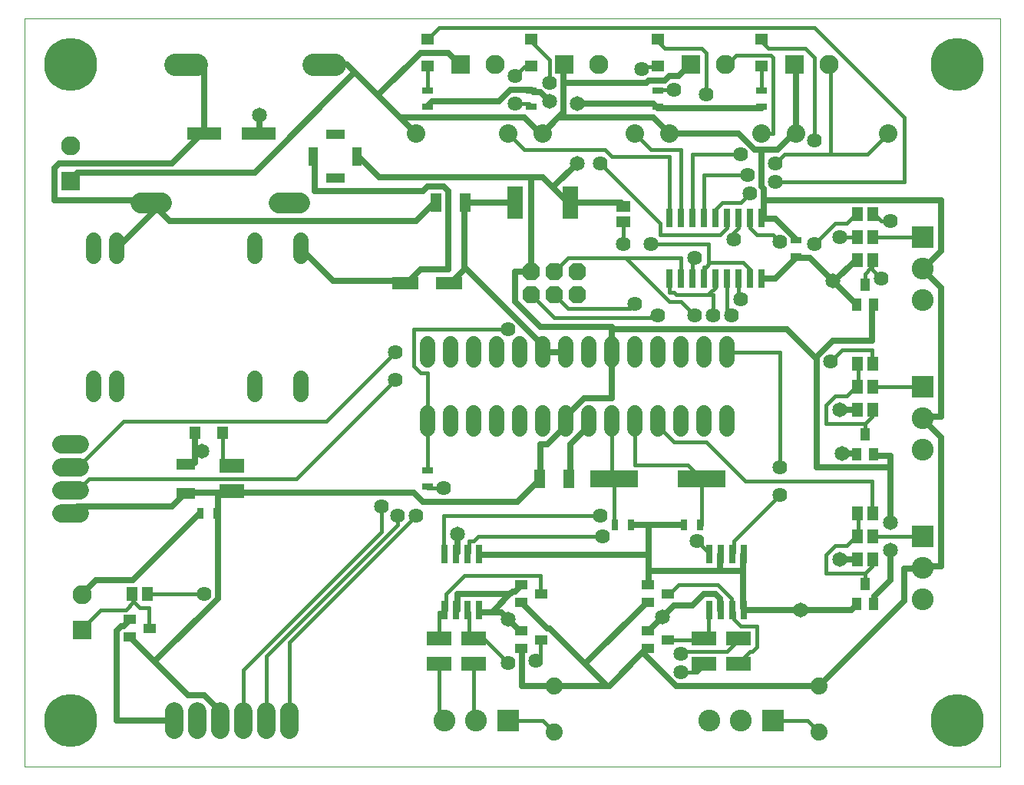
<source format=gtl>
G75*
G70*
%OFA0B0*%
%FSLAX24Y24*%
%IPPOS*%
%LPD*%
%AMOC8*
5,1,8,0,0,1.08239X$1,22.5*
%
%ADD10C,0.0000*%
%ADD11R,0.0832X0.0832*%
%ADD12C,0.0832*%
%ADD13R,0.1181X0.0551*%
%ADD14R,0.0512X0.0591*%
%ADD15C,0.0800*%
%ADD16R,0.0787X0.0472*%
%ADD17C,0.0680*%
%ADD18R,0.0591X0.0512*%
%ADD19R,0.0472X0.0315*%
%ADD20R,0.2100X0.0760*%
%ADD21R,0.0315X0.0472*%
%ADD22R,0.0950X0.0950*%
%ADD23C,0.0950*%
%ADD24R,0.1063X0.0630*%
%ADD25R,0.0472X0.0551*%
%ADD26OC8,0.0760*%
%ADD27R,0.0394X0.0551*%
%ADD28R,0.0551X0.0394*%
%ADD29C,0.0800*%
%ADD30R,0.1496X0.0551*%
%ADD31R,0.0472X0.0787*%
%ADD32R,0.0787X0.0433*%
%ADD33R,0.0433X0.0787*%
%ADD34R,0.0700X0.1400*%
%ADD35C,0.0910*%
%ADD36C,0.2300*%
%ADD37R,0.0260X0.0800*%
%ADD38C,0.0740*%
%ADD39R,0.0551X0.0472*%
%ADD40C,0.0950*%
%ADD41C,0.0280*%
%ADD42C,0.0650*%
%ADD43C,0.0180*%
%ADD44C,0.0640*%
D10*
X000181Y000474D02*
X000181Y032970D01*
X042551Y032970D01*
X042551Y000474D01*
X000181Y000474D01*
D11*
X002681Y006404D03*
X002181Y025904D03*
X019111Y030974D03*
X023611Y030974D03*
X029111Y030974D03*
X033611Y030974D03*
D12*
X035129Y030974D03*
X030629Y030974D03*
X025129Y030974D03*
X020629Y030974D03*
X002181Y027422D03*
X002681Y007922D03*
D13*
X016737Y021474D03*
X018626Y021474D03*
D14*
X005516Y007974D03*
X004847Y007974D03*
X036347Y009474D03*
X037016Y009474D03*
X037016Y010474D03*
X036347Y010474D03*
X036347Y011474D03*
X037016Y011474D03*
X037016Y015974D03*
X036347Y015974D03*
X036347Y016974D03*
X037016Y016974D03*
X037016Y017974D03*
X036347Y017974D03*
X036347Y022474D03*
X037016Y022474D03*
X037016Y023474D03*
X036347Y023474D03*
X036347Y024474D03*
X037016Y024474D03*
D15*
X037681Y027974D03*
X033681Y027974D03*
X032181Y027974D03*
X028181Y027974D03*
X026681Y027974D03*
X022681Y027974D03*
X021181Y027974D03*
X017181Y027974D03*
D16*
X007181Y013604D03*
X007181Y012344D03*
D17*
X004181Y016634D02*
X004181Y017314D01*
X003181Y017314D02*
X003181Y016634D01*
X010181Y016634D02*
X010181Y017314D01*
X012181Y017314D02*
X012181Y016634D01*
X017681Y015814D02*
X017681Y015134D01*
X018681Y015134D02*
X018681Y015814D01*
X019681Y015814D02*
X019681Y015134D01*
X020681Y015134D02*
X020681Y015814D01*
X021681Y015814D02*
X021681Y015134D01*
X022681Y015134D02*
X022681Y015814D01*
X023681Y015814D02*
X023681Y015134D01*
X024681Y015134D02*
X024681Y015814D01*
X025681Y015814D02*
X025681Y015134D01*
X026681Y015134D02*
X026681Y015814D01*
X027681Y015814D02*
X027681Y015134D01*
X028681Y015134D02*
X028681Y015814D01*
X029681Y015814D02*
X029681Y015134D01*
X030681Y015134D02*
X030681Y015814D01*
X030681Y018134D02*
X030681Y018814D01*
X029681Y018814D02*
X029681Y018134D01*
X028681Y018134D02*
X028681Y018814D01*
X027681Y018814D02*
X027681Y018134D01*
X026681Y018134D02*
X026681Y018814D01*
X025681Y018814D02*
X025681Y018134D01*
X024681Y018134D02*
X024681Y018814D01*
X023681Y018814D02*
X023681Y018134D01*
X022681Y018134D02*
X022681Y018814D01*
X021681Y018814D02*
X021681Y018134D01*
X020681Y018134D02*
X020681Y018814D01*
X019681Y018814D02*
X019681Y018134D01*
X018681Y018134D02*
X018681Y018814D01*
X017681Y018814D02*
X017681Y018134D01*
X012181Y022634D02*
X012181Y023314D01*
X010181Y023314D02*
X010181Y022634D01*
X004181Y022634D02*
X004181Y023314D01*
X003181Y023314D02*
X003181Y022634D01*
D18*
X026181Y024139D03*
X026181Y024808D03*
D19*
X027681Y029119D03*
X027681Y029828D03*
X032181Y029828D03*
X032181Y029119D03*
X033681Y023328D03*
X033681Y022619D03*
X022181Y029119D03*
X022181Y029828D03*
X017681Y029828D03*
X017681Y029119D03*
X017681Y013328D03*
X017681Y012619D03*
D20*
X025781Y012974D03*
X029581Y012974D03*
D21*
X029536Y010974D03*
X028827Y010974D03*
X026536Y010974D03*
X025827Y010974D03*
X008536Y011474D03*
X007827Y011474D03*
D22*
X021181Y002474D03*
X032681Y002474D03*
X039181Y010474D03*
X039181Y016974D03*
X039181Y023474D03*
D23*
X039181Y022096D03*
X039181Y020718D03*
X039181Y015596D03*
X039181Y014218D03*
X039181Y009096D03*
X039181Y007718D03*
X031303Y002474D03*
X029926Y002474D03*
X019803Y002474D03*
X018426Y002474D03*
D24*
X018181Y004923D03*
X019681Y004923D03*
X019681Y006025D03*
X018181Y006025D03*
X009181Y012423D03*
X009181Y013525D03*
X029681Y006025D03*
X031181Y006025D03*
X031181Y004923D03*
X029681Y004923D03*
D25*
X008772Y014974D03*
X007591Y014974D03*
D26*
X022181Y020974D03*
X022181Y021974D03*
X023181Y021974D03*
X024181Y021974D03*
X024181Y020974D03*
X023181Y020974D03*
D27*
X036307Y020541D03*
X037055Y020541D03*
X036681Y021407D03*
X036681Y014907D03*
X036307Y014041D03*
X037055Y014041D03*
X036681Y008407D03*
X036307Y007541D03*
X037055Y007541D03*
D28*
X028114Y007974D03*
X027248Y008348D03*
X027248Y007600D03*
X027248Y006348D03*
X028114Y005974D03*
X027248Y005600D03*
X022614Y005974D03*
X021748Y006348D03*
X021748Y005600D03*
X021748Y007600D03*
X022614Y007974D03*
X021748Y008348D03*
X005614Y006474D03*
X004748Y006848D03*
X004748Y006100D03*
D29*
X006681Y002874D02*
X006681Y002074D01*
X007681Y002074D02*
X007681Y002874D01*
X008681Y002874D02*
X008681Y002074D01*
X009681Y002074D02*
X009681Y002874D01*
X010681Y002874D02*
X010681Y002074D01*
X011681Y002074D02*
X011681Y002874D01*
X002581Y011474D02*
X001781Y011474D01*
X001781Y012474D02*
X002581Y012474D01*
X002581Y013474D02*
X001781Y013474D01*
X001781Y014474D02*
X002581Y014474D01*
D30*
X008000Y027974D03*
X010363Y027974D03*
D31*
X018051Y024974D03*
X019311Y024974D03*
X022551Y012974D03*
X023811Y012974D03*
D32*
X013681Y026029D03*
X013681Y027919D03*
D33*
X012737Y026974D03*
X014626Y026974D03*
D34*
X021481Y024974D03*
X023881Y024974D03*
D35*
X012136Y024974D02*
X011226Y024974D01*
X006136Y024974D02*
X005226Y024974D01*
D36*
X002181Y030974D03*
X002181Y002474D03*
X040681Y002474D03*
X040681Y030974D03*
D37*
X032181Y024279D03*
X031681Y024279D03*
X031181Y024279D03*
X030681Y024279D03*
X030181Y024279D03*
X029681Y024279D03*
X029181Y024279D03*
X028681Y024279D03*
X028181Y024279D03*
X028181Y021669D03*
X028681Y021669D03*
X029181Y021669D03*
X029681Y021669D03*
X030181Y021669D03*
X030681Y021669D03*
X031181Y021669D03*
X031681Y021669D03*
X032181Y021654D03*
X031431Y009684D03*
X030931Y009684D03*
X030431Y009684D03*
X029931Y009684D03*
X029931Y007264D03*
X030431Y007264D03*
X030931Y007264D03*
X031431Y007264D03*
X019931Y007264D03*
X019431Y007264D03*
X018931Y007264D03*
X018431Y007264D03*
X018431Y009684D03*
X018931Y009684D03*
X019431Y009684D03*
X019931Y009684D03*
D38*
X023181Y003974D03*
X023181Y001974D03*
X034681Y001974D03*
X034681Y003974D03*
D39*
X032181Y030883D03*
X032181Y032064D03*
X027681Y032064D03*
X027681Y030883D03*
X022181Y030883D03*
X022181Y032064D03*
X017681Y032064D03*
X017681Y030883D03*
D40*
X013656Y030974D02*
X012706Y030974D01*
X007656Y030974D02*
X006706Y030974D01*
D41*
X007181Y030974D02*
X007981Y030974D01*
X007981Y027974D01*
X008000Y027974D01*
X007881Y027974D01*
X006581Y026674D01*
X001681Y026674D01*
X001481Y026474D01*
X001481Y025074D01*
X005581Y025074D01*
X005681Y024974D01*
X005881Y024674D01*
X004181Y022974D01*
X005681Y024974D02*
X006481Y024174D01*
X017181Y024174D01*
X017981Y024974D01*
X018051Y024974D01*
X018581Y025474D02*
X018581Y022074D01*
X017381Y022074D01*
X016781Y021474D01*
X016737Y021474D01*
X016681Y021574D01*
X013581Y021574D01*
X012181Y022974D01*
X012781Y025474D02*
X017481Y025474D01*
X017681Y025674D01*
X018381Y025674D01*
X018581Y025474D01*
X019311Y024974D02*
X019281Y024874D01*
X019281Y022074D01*
X019381Y022074D01*
X022981Y018474D01*
X023681Y018474D01*
X022581Y019574D02*
X021481Y020674D01*
X021481Y021974D01*
X022181Y021974D01*
X022181Y026074D01*
X015581Y026074D01*
X014681Y026974D01*
X014626Y026974D01*
X012781Y026974D02*
X012781Y025474D01*
X012781Y026974D02*
X012737Y026974D01*
X010381Y027974D02*
X010381Y028774D01*
X010363Y027974D02*
X010381Y027974D01*
X010181Y026274D02*
X014531Y030624D01*
X015531Y029624D01*
X017381Y031474D01*
X018581Y031474D01*
X019081Y030974D01*
X019111Y030974D01*
X017881Y029374D02*
X020781Y029374D01*
X021281Y029874D01*
X022181Y029874D01*
X022181Y029828D01*
X022281Y029774D01*
X022581Y029774D01*
X022981Y029374D01*
X023581Y028874D02*
X023431Y028724D01*
X023481Y028674D01*
X027481Y028674D01*
X028181Y027974D01*
X031181Y027974D01*
X031881Y027274D01*
X032181Y027274D01*
X032881Y027274D01*
X033581Y027974D01*
X033681Y027974D01*
X033681Y030974D01*
X033611Y030974D01*
X032181Y029119D02*
X032181Y029074D01*
X027681Y029074D01*
X027681Y029119D01*
X027581Y029174D01*
X027481Y029274D01*
X024181Y029274D01*
X023581Y028874D02*
X023581Y030174D01*
X027181Y030174D01*
X027281Y030274D01*
X027981Y030274D01*
X028181Y030474D01*
X028581Y030474D01*
X029081Y030974D01*
X029111Y030974D01*
X032181Y027274D02*
X032181Y025674D01*
X032281Y025574D01*
X032281Y025074D01*
X039981Y025074D01*
X039981Y022874D01*
X039281Y022174D01*
X039181Y022096D01*
X039181Y022074D01*
X039981Y021274D01*
X039981Y015674D01*
X039281Y015674D01*
X039181Y015596D01*
X039181Y015574D01*
X039981Y014774D01*
X039981Y009174D01*
X039281Y009174D01*
X039181Y009096D01*
X039181Y009074D01*
X038381Y009074D01*
X038381Y007674D01*
X034681Y003974D01*
X028481Y003974D01*
X027031Y005424D01*
X027181Y005574D01*
X027248Y005600D01*
X027031Y005424D02*
X025581Y003974D01*
X025381Y003974D01*
X025381Y004074D01*
X024531Y004924D01*
X027181Y007574D01*
X027248Y007600D01*
X027881Y006974D02*
X027281Y006374D01*
X027248Y006348D01*
X027881Y006974D02*
X028381Y007474D01*
X029181Y007474D01*
X029681Y007974D01*
X030181Y007974D01*
X030381Y007774D01*
X030381Y007274D01*
X030431Y007264D01*
X031381Y007374D02*
X031431Y007264D01*
X031481Y007274D01*
X033881Y007274D01*
X036081Y007274D01*
X036281Y007474D01*
X036307Y007541D01*
X037055Y007541D02*
X037081Y007574D01*
X037081Y007874D01*
X037781Y008574D01*
X037781Y009874D01*
X037781Y011074D02*
X037781Y013474D01*
X034581Y013474D01*
X034581Y018274D01*
X034481Y018274D01*
X033281Y019474D01*
X025681Y019474D01*
X025681Y018474D01*
X025681Y016474D01*
X024481Y016474D01*
X023681Y015674D01*
X023681Y015474D01*
X023681Y015274D01*
X022881Y014474D01*
X022581Y014474D01*
X022581Y012974D01*
X022551Y012974D01*
X022481Y012874D01*
X021581Y011974D01*
X017481Y011974D01*
X017081Y012374D01*
X009281Y012374D01*
X009181Y012423D01*
X009181Y012374D01*
X008581Y012374D01*
X007181Y012374D01*
X007181Y012344D01*
X007081Y012274D01*
X006581Y011774D01*
X002481Y011774D01*
X002181Y011474D01*
X003281Y008574D02*
X002681Y007974D01*
X002681Y007922D01*
X003281Y008574D02*
X004881Y008574D01*
X007781Y011474D01*
X007827Y011474D01*
X008536Y011474D02*
X008581Y011374D01*
X008581Y007774D01*
X005831Y005024D01*
X004781Y006074D01*
X004748Y006100D01*
X004481Y006574D02*
X004381Y006574D01*
X004181Y006374D01*
X004181Y002474D01*
X006681Y002474D01*
X007281Y003574D02*
X007981Y003574D01*
X008681Y002874D01*
X008681Y002474D01*
X007281Y003574D02*
X005831Y005024D01*
X004481Y006574D02*
X004681Y006774D01*
X004748Y006848D01*
X008536Y011474D02*
X008581Y011474D01*
X008581Y012374D01*
X007581Y013674D02*
X007181Y013674D01*
X007181Y013604D01*
X007581Y013674D02*
X007581Y014174D01*
X007881Y014174D01*
X007581Y014174D02*
X007581Y014974D01*
X007591Y014974D01*
X018626Y021474D02*
X018681Y021474D01*
X019281Y022074D01*
X022581Y019574D02*
X025681Y019574D01*
X025681Y019474D01*
X024681Y015474D02*
X024681Y015274D01*
X023881Y014474D01*
X023881Y012974D01*
X023811Y012974D01*
X026536Y010974D02*
X027281Y010974D01*
X027281Y009674D01*
X019981Y009674D01*
X019931Y009684D01*
X018981Y009774D02*
X018981Y010574D01*
X018981Y009774D02*
X018931Y009684D01*
X018981Y007974D02*
X021181Y007974D01*
X021231Y007924D01*
X021381Y008074D01*
X021481Y008074D01*
X021681Y008274D01*
X021748Y008348D01*
X021231Y007924D02*
X020581Y007274D01*
X020581Y007174D01*
X020881Y007174D01*
X021181Y006874D01*
X021681Y006374D01*
X021748Y006348D01*
X020581Y007174D02*
X019981Y007174D01*
X019931Y007264D01*
X018981Y007274D02*
X018931Y007264D01*
X018981Y007274D02*
X018981Y007974D01*
X021748Y007600D02*
X021781Y007574D01*
X022881Y006474D01*
X022981Y006474D01*
X024531Y004924D01*
X025381Y003974D02*
X023181Y003974D01*
X021781Y003974D01*
X021781Y005574D01*
X021748Y005600D01*
X027248Y008348D02*
X027281Y008374D01*
X027281Y008974D01*
X030381Y008974D01*
X031381Y008974D01*
X031381Y007374D01*
X031381Y008974D02*
X031381Y009674D01*
X031431Y009684D01*
X030431Y009684D02*
X030381Y009674D01*
X030381Y008974D01*
X028827Y010974D02*
X027281Y010974D01*
X027281Y009674D02*
X027281Y008974D01*
X035581Y009474D02*
X036347Y009474D01*
X037781Y013474D02*
X037781Y013974D01*
X037081Y013974D01*
X037055Y014041D01*
X036307Y014041D02*
X036281Y014074D01*
X035681Y014074D01*
X035581Y015974D02*
X036347Y015974D01*
X034581Y018274D02*
X035281Y018974D01*
X036981Y018974D01*
X036981Y020474D01*
X037055Y020541D01*
X036307Y020541D02*
X036281Y020574D01*
X035331Y021524D01*
X036281Y022474D01*
X036347Y022474D01*
X035331Y021524D02*
X035281Y021574D01*
X034281Y022574D01*
X033781Y022574D01*
X033681Y022619D01*
X033681Y022574D01*
X032781Y021674D01*
X032181Y021674D01*
X032181Y021654D01*
X033681Y023328D02*
X033681Y023374D01*
X032781Y024274D01*
X032181Y024274D01*
X032181Y024279D01*
X032281Y024374D01*
X032281Y025074D01*
X026181Y024874D02*
X026181Y024808D01*
X026181Y024874D02*
X026081Y024974D01*
X023881Y024974D01*
X023781Y024974D01*
X023131Y025624D01*
X024181Y026674D01*
X023131Y025624D02*
X022681Y026074D01*
X022181Y026074D01*
X021481Y024974D02*
X019311Y024974D01*
X017181Y027974D02*
X016531Y028624D01*
X016581Y028674D01*
X021881Y028674D01*
X022581Y027974D01*
X022681Y027974D01*
X023431Y028724D01*
X023581Y030174D02*
X023581Y030974D01*
X023611Y030974D01*
X017881Y029374D02*
X017681Y029174D01*
X017681Y029119D01*
X016531Y028624D02*
X015531Y029624D01*
X014531Y030624D02*
X014181Y030974D01*
X013181Y030974D01*
X010181Y026274D02*
X002481Y026274D01*
X002181Y025974D01*
X002181Y025904D01*
D42*
X010381Y028774D03*
X022981Y029374D03*
X024181Y029274D03*
X024181Y026674D03*
X035281Y021574D03*
X035581Y015974D03*
X035681Y014074D03*
X037781Y011074D03*
X037781Y009874D03*
X035581Y009474D03*
X033881Y007274D03*
X027881Y006974D03*
X021181Y006874D03*
X018981Y010574D03*
X007881Y014174D03*
D43*
X008781Y013574D02*
X009181Y013574D01*
X009181Y013525D01*
X008781Y013574D02*
X008781Y014974D01*
X008772Y014974D01*
X011981Y012974D02*
X002981Y012974D01*
X002481Y012474D01*
X002181Y012474D01*
X002181Y013474D02*
X002481Y013474D01*
X004481Y015474D01*
X013281Y015474D01*
X016281Y018474D01*
X017081Y017874D02*
X017081Y019474D01*
X021181Y019474D01*
X022181Y020974D02*
X023181Y019974D01*
X027581Y019974D01*
X027681Y020074D01*
X028181Y020674D02*
X026281Y022574D01*
X028681Y022574D01*
X028681Y021669D01*
X028181Y021669D02*
X028181Y021074D01*
X028381Y021074D01*
X028481Y020974D01*
X029881Y020974D01*
X029931Y021024D01*
X029981Y020974D01*
X030081Y020974D01*
X030081Y020074D01*
X030681Y020074D02*
X030681Y021669D01*
X030181Y021669D02*
X030181Y021274D01*
X029931Y021024D01*
X029681Y021669D02*
X029681Y022174D01*
X029781Y022174D01*
X029931Y022324D01*
X029881Y022374D01*
X029881Y023174D01*
X027381Y023174D01*
X027781Y023574D02*
X030381Y023574D01*
X030681Y023874D01*
X030681Y024279D01*
X030181Y024279D02*
X030181Y024674D01*
X030481Y024974D01*
X031281Y024974D01*
X031681Y025374D01*
X031581Y026174D02*
X029681Y026174D01*
X029681Y024279D01*
X029181Y024279D02*
X029181Y027074D01*
X031281Y027074D01*
X032181Y027974D02*
X032681Y027974D01*
X032681Y031274D01*
X032581Y031374D01*
X031081Y031374D01*
X030681Y030974D01*
X030629Y030974D01*
X029781Y031474D02*
X029581Y031674D01*
X027981Y031674D01*
X027681Y031974D01*
X027681Y032064D01*
X027681Y030883D02*
X027681Y030874D01*
X027081Y030874D01*
X026981Y030774D01*
X027681Y029874D02*
X027681Y029828D01*
X027681Y029874D02*
X028381Y029874D01*
X029781Y029674D02*
X029781Y031474D01*
X032181Y031974D02*
X032481Y031674D01*
X034081Y031674D01*
X034481Y031274D01*
X034481Y027674D01*
X035181Y027074D02*
X035181Y030974D01*
X035129Y030974D01*
X034481Y032574D02*
X038381Y028674D01*
X038381Y025874D01*
X032781Y025874D01*
X032781Y026674D02*
X033181Y027074D01*
X035181Y027074D01*
X036781Y027074D01*
X037681Y027974D01*
X037081Y024474D02*
X037016Y024474D01*
X037081Y024474D02*
X037381Y024174D01*
X037781Y024174D01*
X037016Y023474D02*
X039181Y023474D01*
X037016Y022474D02*
X036981Y022474D01*
X036981Y022174D01*
X036931Y022124D01*
X037381Y021674D01*
X036931Y022124D02*
X036681Y021874D01*
X036681Y021407D01*
X034481Y023174D02*
X035381Y024074D01*
X035881Y024074D01*
X036281Y024474D01*
X036347Y024474D01*
X036347Y023474D02*
X035581Y023474D01*
X032981Y023274D02*
X032681Y023574D01*
X031981Y023574D01*
X031681Y023874D01*
X031681Y024279D01*
X031181Y024279D02*
X031181Y023874D01*
X030981Y023674D01*
X030981Y023374D01*
X031381Y022374D02*
X029981Y022374D01*
X029931Y022324D01*
X029281Y022574D02*
X029181Y022574D01*
X029181Y021669D01*
X028681Y020674D02*
X028181Y020674D01*
X028681Y020674D02*
X029281Y020074D01*
X030681Y020074D02*
X030881Y020074D01*
X031181Y020774D02*
X031181Y021669D01*
X031681Y021669D02*
X031681Y022074D01*
X031381Y022374D01*
X031281Y020774D02*
X031181Y020774D01*
X030681Y018474D02*
X032981Y018474D01*
X032981Y013474D01*
X032981Y012274D02*
X030981Y010274D01*
X030981Y009774D01*
X030931Y009684D01*
X029931Y009684D02*
X029881Y009774D01*
X029381Y010274D01*
X029536Y010974D02*
X029581Y010974D01*
X029581Y012974D01*
X028981Y013574D01*
X026681Y013574D01*
X026681Y015474D01*
X027681Y015474D02*
X027681Y015274D01*
X028381Y014574D01*
X029781Y014574D01*
X031481Y012874D01*
X036981Y012874D01*
X036981Y011474D01*
X037016Y011474D01*
X036381Y011474D02*
X036347Y011474D01*
X036381Y011474D02*
X036381Y010474D01*
X036347Y010474D01*
X036281Y010474D01*
X035881Y010074D01*
X035381Y010074D01*
X034981Y009674D01*
X034981Y008874D01*
X036681Y008874D01*
X036681Y008407D01*
X036681Y008874D02*
X036981Y009174D01*
X036981Y009474D01*
X037016Y009474D01*
X037016Y010474D02*
X039181Y010474D01*
X036681Y014907D02*
X036681Y015374D01*
X034981Y015374D01*
X034981Y016174D01*
X035381Y016574D01*
X035881Y016574D01*
X036281Y016974D01*
X036347Y016974D01*
X036381Y016974D01*
X036381Y017974D01*
X036347Y017974D01*
X036981Y017974D02*
X036981Y018574D01*
X035681Y018574D01*
X035181Y018074D01*
X036981Y017974D02*
X037016Y017974D01*
X037016Y016974D02*
X039181Y016974D01*
X037016Y015974D02*
X036981Y015974D01*
X036981Y015674D01*
X036681Y015374D01*
X030281Y008374D02*
X028581Y008374D01*
X028181Y007974D01*
X028114Y007974D01*
X029881Y007174D02*
X029931Y007264D01*
X029881Y007174D02*
X029881Y006074D01*
X029681Y006074D01*
X029681Y006025D01*
X029681Y005974D01*
X028114Y005974D01*
X028681Y005374D02*
X028781Y005474D01*
X030681Y005474D01*
X031181Y005974D01*
X031181Y006025D01*
X031281Y006574D02*
X030981Y006874D01*
X030981Y007174D01*
X030931Y007264D01*
X030881Y007274D01*
X030881Y007774D01*
X030281Y008374D01*
X031281Y006574D02*
X031981Y006574D01*
X031981Y005674D01*
X031781Y005474D01*
X031681Y005474D01*
X031181Y004974D01*
X031181Y004923D01*
X029681Y004874D02*
X029681Y004923D01*
X029681Y004874D02*
X029381Y004574D01*
X028681Y004574D01*
X032681Y002474D02*
X034181Y002474D01*
X034681Y001974D01*
X023181Y001974D02*
X022681Y002474D01*
X021181Y002474D01*
X019803Y002474D02*
X019681Y002474D01*
X019681Y004923D01*
X018181Y004923D02*
X018181Y002474D01*
X018426Y002474D01*
X021181Y004974D02*
X020181Y005974D01*
X019681Y005974D01*
X019681Y006025D01*
X019681Y006074D01*
X019481Y006074D01*
X019481Y007174D01*
X019431Y007264D01*
X018481Y007274D02*
X018431Y007264D01*
X018381Y007174D01*
X018181Y007174D01*
X018181Y006025D01*
X018481Y007274D02*
X018481Y007974D01*
X019281Y008774D01*
X022581Y008774D01*
X022581Y007974D01*
X022614Y007974D01*
X022581Y005974D02*
X022614Y005974D01*
X022581Y005974D02*
X022581Y005074D01*
X022381Y005074D01*
X019431Y009684D02*
X019481Y009774D01*
X019481Y010274D01*
X019681Y010274D01*
X019881Y010474D01*
X025281Y010474D01*
X025781Y010974D02*
X025827Y010974D01*
X025781Y010974D02*
X025781Y012974D01*
X025681Y012974D01*
X025681Y015474D01*
X025181Y011374D02*
X018381Y011374D01*
X018381Y009774D01*
X018431Y009684D01*
X017181Y011374D02*
X011681Y005874D01*
X011681Y002474D01*
X010681Y002474D02*
X010681Y005274D01*
X016381Y010974D01*
X016381Y011374D01*
X015681Y011774D02*
X015681Y010674D01*
X009681Y004674D01*
X009681Y002474D01*
X005614Y006474D02*
X005581Y006474D01*
X005581Y007374D01*
X005181Y007374D01*
X004931Y007624D01*
X004581Y007274D01*
X003481Y007274D01*
X002681Y006474D01*
X002681Y006404D01*
X004881Y007674D02*
X004881Y007974D01*
X004847Y007974D01*
X004881Y007674D02*
X004931Y007624D01*
X005516Y007974D02*
X007981Y007974D01*
X011981Y012974D02*
X016281Y017274D01*
X017081Y017874D02*
X017381Y017574D01*
X017681Y017574D01*
X017681Y015474D01*
X017681Y013328D01*
X017681Y012619D02*
X017681Y012574D01*
X018381Y012574D01*
X023781Y020374D02*
X023181Y020974D01*
X023781Y020374D02*
X026481Y020374D01*
X026681Y020574D01*
X026281Y022574D02*
X023781Y022574D01*
X023181Y021974D01*
X026181Y023174D02*
X026181Y024139D01*
X027781Y024074D02*
X027781Y023574D01*
X027781Y024074D02*
X025181Y026674D01*
X025681Y026974D02*
X025381Y027274D01*
X021881Y027274D01*
X021181Y027974D01*
X022181Y029119D02*
X022181Y029174D01*
X022081Y029274D01*
X021481Y029274D01*
X021481Y030474D02*
X021881Y030874D01*
X022181Y030874D01*
X022181Y030883D01*
X022981Y031174D02*
X022981Y030174D01*
X022981Y031174D02*
X022181Y031974D01*
X022181Y032064D01*
X018181Y032574D02*
X034481Y032574D01*
X032181Y032064D02*
X032181Y031974D01*
X032181Y030883D02*
X032181Y029828D01*
X028681Y027274D02*
X028681Y024279D01*
X028181Y024279D02*
X028181Y026974D01*
X025681Y026974D01*
X026681Y027974D02*
X027381Y027274D01*
X028681Y027274D01*
X018181Y032574D02*
X017681Y032074D01*
X017681Y032064D01*
X017681Y030883D02*
X017681Y029828D01*
D44*
X021481Y029274D03*
X021481Y030474D03*
X022981Y030174D03*
X026981Y030774D03*
X028381Y029874D03*
X029781Y029674D03*
X031281Y027074D03*
X031581Y026174D03*
X031681Y025374D03*
X032781Y025874D03*
X032781Y026674D03*
X034481Y027674D03*
X037781Y024174D03*
X035581Y023474D03*
X034481Y023174D03*
X032981Y023274D03*
X030981Y023374D03*
X029281Y022574D03*
X027381Y023174D03*
X026181Y023174D03*
X026681Y020574D03*
X027681Y020074D03*
X029281Y020074D03*
X030081Y020074D03*
X030881Y020074D03*
X031281Y020774D03*
X035181Y018074D03*
X037381Y021674D03*
X032981Y013474D03*
X032981Y012274D03*
X029381Y010274D03*
X025281Y010474D03*
X025181Y011374D03*
X018381Y012574D03*
X017181Y011374D03*
X016381Y011374D03*
X015681Y011774D03*
X016281Y017274D03*
X016281Y018474D03*
X021181Y019474D03*
X025181Y026674D03*
X007981Y007974D03*
X021181Y004974D03*
X022381Y005074D03*
X028681Y005374D03*
X028681Y004574D03*
M02*

</source>
